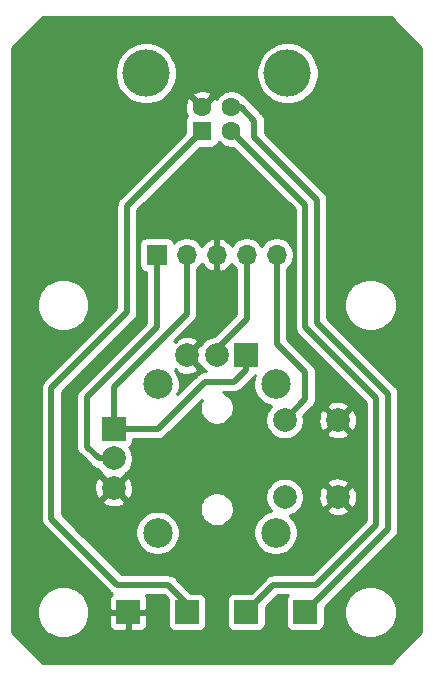
<source format=gbr>
%TF.GenerationSoftware,KiCad,Pcbnew,5.1.9-1.fc33*%
%TF.CreationDate,2021-01-07T15:58:03+01:00*%
%TF.ProjectId,Bottom,426f7474-6f6d-42e6-9b69-6361645f7063,rev?*%
%TF.SameCoordinates,PX4c4b400PY7270e00*%
%TF.FileFunction,Copper,L2,Bot*%
%TF.FilePolarity,Positive*%
%FSLAX46Y46*%
G04 Gerber Fmt 4.6, Leading zero omitted, Abs format (unit mm)*
G04 Created by KiCad (PCBNEW 5.1.9-1.fc33) date 2021-01-07 15:58:03*
%MOMM*%
%LPD*%
G01*
G04 APERTURE LIST*
%TA.AperFunction,ComponentPad*%
%ADD10R,1.600000X1.600000*%
%TD*%
%TA.AperFunction,ComponentPad*%
%ADD11C,1.600000*%
%TD*%
%TA.AperFunction,ComponentPad*%
%ADD12C,4.000000*%
%TD*%
%TA.AperFunction,ComponentPad*%
%ADD13C,2.000000*%
%TD*%
%TA.AperFunction,ComponentPad*%
%ADD14R,2.000000X2.000000*%
%TD*%
%TA.AperFunction,ComponentPad*%
%ADD15C,2.500000*%
%TD*%
%TA.AperFunction,ComponentPad*%
%ADD16O,1.700000X1.700000*%
%TD*%
%TA.AperFunction,ComponentPad*%
%ADD17R,1.700000X1.700000*%
%TD*%
%TA.AperFunction,Conductor*%
%ADD18C,0.500000*%
%TD*%
%TA.AperFunction,Conductor*%
%ADD19C,0.254000*%
%TD*%
%TA.AperFunction,Conductor*%
%ADD20C,0.100000*%
%TD*%
G04 APERTURE END LIST*
D10*
%TO.P,J1,1*%
%TO.N,Net-(J1-Pad1)*%
X18750000Y47750000D03*
D11*
%TO.P,J1,2*%
%TO.N,Net-(D-1-Pad1)*%
X21250000Y47750000D03*
%TO.P,J1,3*%
%TO.N,Net-(D+1-Pad1)*%
X21250000Y49750000D03*
%TO.P,J1,4*%
%TO.N,GND*%
X18750000Y49750000D03*
D12*
%TO.P,J1,5*%
%TO.N,Net-(J1-Pad5)*%
X26000000Y52610000D03*
X14000000Y52610000D03*
%TD*%
D13*
%TO.P,T1,2*%
%TO.N,GND*%
X30250000Y23250000D03*
%TO.P,T1,1*%
%TO.N,Net-(J2-Pad5)*%
X25750000Y16750000D03*
%TO.P,T1,2*%
%TO.N,GND*%
X30250000Y16750000D03*
%TO.P,T1,1*%
%TO.N,Net-(J2-Pad5)*%
X25750000Y23250000D03*
%TO.P,T1,B2*%
%TO.N,Net-(J2-Pad4)*%
X20000000Y28730000D03*
D14*
%TO.P,T1,A2*%
%TO.N,+5VA*%
X22500000Y28730000D03*
D13*
%TO.P,T1,C2*%
%TO.N,GND*%
X17500000Y28730000D03*
D14*
%TO.P,T1,A1*%
%TO.N,+5VA*%
X11270000Y22500000D03*
D13*
%TO.P,T1,B1*%
%TO.N,Net-(J2-Pad1)*%
X11270000Y20000000D03*
%TO.P,T1,C1*%
%TO.N,GND*%
X11270000Y17500000D03*
D15*
%TO.P,T1,MP*%
%TO.N,N/C*%
X15000000Y13700000D03*
X25000000Y26300000D03*
X25000000Y13700000D03*
X15000000Y26300000D03*
%TD*%
D14*
%TO.P,GND1,1*%
%TO.N,GND*%
X12500000Y7000000D03*
%TD*%
%TO.P,D-1,1*%
%TO.N,Net-(D-1-Pad1)*%
X22500000Y7000000D03*
%TD*%
%TO.P,D+1,1*%
%TO.N,Net-(D+1-Pad1)*%
X27500000Y7000000D03*
%TD*%
%TO.P,VBUS1,1*%
%TO.N,Net-(J1-Pad1)*%
X17500000Y7000000D03*
%TD*%
D16*
%TO.P,J2,5*%
%TO.N,Net-(J2-Pad5)*%
X25080000Y37250000D03*
%TO.P,J2,4*%
%TO.N,Net-(J2-Pad4)*%
X22540000Y37250000D03*
%TO.P,J2,3*%
%TO.N,GND*%
X20000000Y37250000D03*
%TO.P,J2,2*%
%TO.N,+5VA*%
X17460000Y37250000D03*
D17*
%TO.P,J2,1*%
%TO.N,Net-(J2-Pad1)*%
X14920000Y37250000D03*
%TD*%
D18*
%TO.N,Net-(J1-Pad1)*%
X12400000Y41400000D02*
X18750000Y47750000D01*
X12400000Y32400000D02*
X12400000Y41400000D01*
X6000000Y26000000D02*
X12400000Y32400000D01*
X6000000Y14900000D02*
X6000000Y26000000D01*
X11600000Y9300000D02*
X6000000Y14900000D01*
X15900000Y9300000D02*
X11600000Y9300000D01*
X17500000Y7700000D02*
X15900000Y9300000D01*
X17500000Y7000000D02*
X17500000Y7700000D01*
%TO.N,Net-(J2-Pad5)*%
X25080000Y29720000D02*
X25080000Y37250000D01*
X25750000Y23250000D02*
X27500000Y25000000D01*
X27500000Y25000000D02*
X27500000Y27300000D01*
X27500000Y27300000D02*
X25080000Y29720000D01*
%TO.N,Net-(J2-Pad4)*%
X22540000Y31840000D02*
X22540000Y37250000D01*
X20000000Y29300000D02*
X22540000Y31840000D01*
X20000000Y28730000D02*
X20000000Y29300000D01*
%TO.N,+5VA*%
X11270000Y22500000D02*
X11270000Y26070000D01*
X17460000Y32260000D02*
X17460000Y37250000D01*
X11270000Y26070000D02*
X17460000Y32260000D01*
X11270000Y22500000D02*
X15000000Y22500000D01*
X15000000Y22500000D02*
X19000000Y26500000D01*
X19000000Y26500000D02*
X21500000Y26500000D01*
X21500000Y26500000D02*
X22500000Y27500000D01*
X22500000Y28730000D02*
X22500000Y27500000D01*
%TO.N,Net-(J2-Pad1)*%
X14920000Y31120000D02*
X14920000Y37250000D01*
X9000000Y25200000D02*
X14920000Y31120000D01*
X9000000Y21000000D02*
X9000000Y25200000D01*
X10000000Y20000000D02*
X9000000Y21000000D01*
X11270000Y20000000D02*
X10000000Y20000000D01*
%TO.N,Net-(D+1-Pad1)*%
X23200000Y48600000D02*
X22050000Y49750000D01*
X23200000Y47200000D02*
X23200000Y48600000D01*
X28500000Y41900000D02*
X23200000Y47200000D01*
X28500000Y31500000D02*
X28500000Y41900000D01*
X34500000Y25500000D02*
X28500000Y31500000D01*
X22050000Y49750000D02*
X21250000Y49750000D01*
X34500000Y14000000D02*
X34500000Y25500000D01*
X27500000Y7000000D02*
X34500000Y14000000D01*
%TO.N,Net-(D-1-Pad1)*%
X27500000Y31100000D02*
X27500000Y41500000D01*
X33500000Y25100000D02*
X27500000Y31100000D01*
X33500000Y14400000D02*
X33500000Y25100000D01*
X28400000Y9300000D02*
X33500000Y14400000D01*
X24800000Y9300000D02*
X28400000Y9300000D01*
X27500000Y41500000D02*
X21250000Y47750000D01*
X22500000Y7000000D02*
X24800000Y9300000D01*
%TD*%
D19*
%TO.N,GND*%
X37340001Y54726618D02*
X37340000Y5273381D01*
X34726620Y2660000D01*
X5273381Y2660000D01*
X2660000Y5273380D01*
X2660000Y7220128D01*
X4765000Y7220128D01*
X4765000Y6779872D01*
X4850890Y6348075D01*
X5019369Y5941331D01*
X5263962Y5575271D01*
X5575271Y5263962D01*
X5941331Y5019369D01*
X6348075Y4850890D01*
X6779872Y4765000D01*
X7220128Y4765000D01*
X7651925Y4850890D01*
X8058669Y5019369D01*
X8424729Y5263962D01*
X8736038Y5575271D01*
X8980631Y5941331D01*
X9004932Y6000000D01*
X10861928Y6000000D01*
X10874188Y5875518D01*
X10910498Y5755820D01*
X10969463Y5645506D01*
X11048815Y5548815D01*
X11145506Y5469463D01*
X11255820Y5410498D01*
X11375518Y5374188D01*
X11500000Y5361928D01*
X12214250Y5365000D01*
X12373000Y5523750D01*
X12373000Y6873000D01*
X12627000Y6873000D01*
X12627000Y5523750D01*
X12785750Y5365000D01*
X13500000Y5361928D01*
X13624482Y5374188D01*
X13744180Y5410498D01*
X13854494Y5469463D01*
X13951185Y5548815D01*
X14030537Y5645506D01*
X14089502Y5755820D01*
X14125812Y5875518D01*
X14138072Y6000000D01*
X14135000Y6714250D01*
X13976250Y6873000D01*
X12627000Y6873000D01*
X12373000Y6873000D01*
X11023750Y6873000D01*
X10865000Y6714250D01*
X10861928Y6000000D01*
X9004932Y6000000D01*
X9149110Y6348075D01*
X9235000Y6779872D01*
X9235000Y7220128D01*
X9149110Y7651925D01*
X8980631Y8058669D01*
X8736038Y8424729D01*
X8424729Y8736038D01*
X8058669Y8980631D01*
X7651925Y9149110D01*
X7220128Y9235000D01*
X6779872Y9235000D01*
X6348075Y9149110D01*
X5941331Y8980631D01*
X5575271Y8736038D01*
X5263962Y8424729D01*
X5019369Y8058669D01*
X4850890Y7651925D01*
X4765000Y7220128D01*
X2660000Y7220128D01*
X2660000Y26000000D01*
X5110719Y26000000D01*
X5115001Y25956521D01*
X5115000Y14943469D01*
X5110719Y14900000D01*
X5115000Y14856531D01*
X5115000Y14856524D01*
X5127805Y14726511D01*
X5178411Y14559688D01*
X5260589Y14405942D01*
X5371183Y14271183D01*
X5404956Y14243466D01*
X10943468Y8704953D01*
X10971183Y8671183D01*
X11004951Y8643470D01*
X11004953Y8643468D01*
X11026467Y8625812D01*
X11105941Y8560589D01*
X11153835Y8534989D01*
X11145506Y8530537D01*
X11048815Y8451185D01*
X10969463Y8354494D01*
X10910498Y8244180D01*
X10874188Y8124482D01*
X10861928Y8000000D01*
X10865000Y7285750D01*
X11023750Y7127000D01*
X12373000Y7127000D01*
X12373000Y7147000D01*
X12627000Y7147000D01*
X12627000Y7127000D01*
X13976250Y7127000D01*
X14135000Y7285750D01*
X14138072Y8000000D01*
X14125812Y8124482D01*
X14089502Y8244180D01*
X14030537Y8354494D01*
X13980881Y8415000D01*
X15533422Y8415000D01*
X15869683Y8078739D01*
X15861928Y8000000D01*
X15861928Y6000000D01*
X15874188Y5875518D01*
X15910498Y5755820D01*
X15969463Y5645506D01*
X16048815Y5548815D01*
X16145506Y5469463D01*
X16255820Y5410498D01*
X16375518Y5374188D01*
X16500000Y5361928D01*
X18500000Y5361928D01*
X18624482Y5374188D01*
X18744180Y5410498D01*
X18854494Y5469463D01*
X18951185Y5548815D01*
X19030537Y5645506D01*
X19089502Y5755820D01*
X19125812Y5875518D01*
X19138072Y6000000D01*
X19138072Y8000000D01*
X19125812Y8124482D01*
X19089502Y8244180D01*
X19030537Y8354494D01*
X18951185Y8451185D01*
X18854494Y8530537D01*
X18744180Y8589502D01*
X18624482Y8625812D01*
X18500000Y8638072D01*
X17813507Y8638072D01*
X16556532Y9895046D01*
X16528817Y9928817D01*
X16394059Y10039411D01*
X16240313Y10121589D01*
X16073490Y10172195D01*
X15943477Y10185000D01*
X15943469Y10185000D01*
X15900000Y10189281D01*
X15856531Y10185000D01*
X11966579Y10185000D01*
X8265923Y13885656D01*
X13115000Y13885656D01*
X13115000Y13514344D01*
X13187439Y13150166D01*
X13329534Y12807118D01*
X13535825Y12498382D01*
X13798382Y12235825D01*
X14107118Y12029534D01*
X14450166Y11887439D01*
X14814344Y11815000D01*
X15185656Y11815000D01*
X15549834Y11887439D01*
X15892882Y12029534D01*
X16201618Y12235825D01*
X16464175Y12498382D01*
X16670466Y12807118D01*
X16812561Y13150166D01*
X16885000Y13514344D01*
X16885000Y13885656D01*
X23115000Y13885656D01*
X23115000Y13514344D01*
X23187439Y13150166D01*
X23329534Y12807118D01*
X23535825Y12498382D01*
X23798382Y12235825D01*
X24107118Y12029534D01*
X24450166Y11887439D01*
X24814344Y11815000D01*
X25185656Y11815000D01*
X25549834Y11887439D01*
X25892882Y12029534D01*
X26201618Y12235825D01*
X26464175Y12498382D01*
X26670466Y12807118D01*
X26812561Y13150166D01*
X26885000Y13514344D01*
X26885000Y13885656D01*
X26812561Y14249834D01*
X26670466Y14592882D01*
X26464175Y14901618D01*
X26201618Y15164175D01*
X26191670Y15170822D01*
X26226912Y15177832D01*
X26524463Y15301082D01*
X26792252Y15480013D01*
X26926826Y15614587D01*
X29294192Y15614587D01*
X29389956Y15350186D01*
X29679571Y15209296D01*
X29991108Y15127616D01*
X30312595Y15108282D01*
X30631675Y15152039D01*
X30936088Y15257205D01*
X31110044Y15350186D01*
X31205808Y15614587D01*
X30250000Y16570395D01*
X29294192Y15614587D01*
X26926826Y15614587D01*
X27019987Y15707748D01*
X27198918Y15975537D01*
X27322168Y16273088D01*
X27385000Y16588967D01*
X27385000Y16687405D01*
X28608282Y16687405D01*
X28652039Y16368325D01*
X28757205Y16063912D01*
X28850186Y15889956D01*
X29114587Y15794192D01*
X30070395Y16750000D01*
X30429605Y16750000D01*
X31385413Y15794192D01*
X31649814Y15889956D01*
X31790704Y16179571D01*
X31872384Y16491108D01*
X31891718Y16812595D01*
X31847961Y17131675D01*
X31742795Y17436088D01*
X31649814Y17610044D01*
X31385413Y17705808D01*
X30429605Y16750000D01*
X30070395Y16750000D01*
X29114587Y17705808D01*
X28850186Y17610044D01*
X28709296Y17320429D01*
X28627616Y17008892D01*
X28608282Y16687405D01*
X27385000Y16687405D01*
X27385000Y16911033D01*
X27322168Y17226912D01*
X27198918Y17524463D01*
X27019987Y17792252D01*
X26926826Y17885413D01*
X29294192Y17885413D01*
X30250000Y16929605D01*
X31205808Y17885413D01*
X31110044Y18149814D01*
X30820429Y18290704D01*
X30508892Y18372384D01*
X30187405Y18391718D01*
X29868325Y18347961D01*
X29563912Y18242795D01*
X29389956Y18149814D01*
X29294192Y17885413D01*
X26926826Y17885413D01*
X26792252Y18019987D01*
X26524463Y18198918D01*
X26226912Y18322168D01*
X25911033Y18385000D01*
X25588967Y18385000D01*
X25273088Y18322168D01*
X24975537Y18198918D01*
X24707748Y18019987D01*
X24480013Y17792252D01*
X24301082Y17524463D01*
X24177832Y17226912D01*
X24115000Y16911033D01*
X24115000Y16588967D01*
X24177832Y16273088D01*
X24301082Y15975537D01*
X24480013Y15707748D01*
X24637865Y15549896D01*
X24450166Y15512561D01*
X24107118Y15370466D01*
X23798382Y15164175D01*
X23535825Y14901618D01*
X23329534Y14592882D01*
X23187439Y14249834D01*
X23115000Y13885656D01*
X16885000Y13885656D01*
X16812561Y14249834D01*
X16670466Y14592882D01*
X16464175Y14901618D01*
X16201618Y15164175D01*
X15892882Y15370466D01*
X15549834Y15512561D01*
X15185656Y15585000D01*
X14814344Y15585000D01*
X14450166Y15512561D01*
X14107118Y15370466D01*
X13798382Y15164175D01*
X13535825Y14901618D01*
X13329534Y14592882D01*
X13187439Y14249834D01*
X13115000Y13885656D01*
X8265923Y13885656D01*
X6885000Y15266578D01*
X6885000Y15841335D01*
X18565000Y15841335D01*
X18565000Y15558665D01*
X18620147Y15281426D01*
X18728320Y15020273D01*
X18885363Y14785241D01*
X19085241Y14585363D01*
X19320273Y14428320D01*
X19581426Y14320147D01*
X19858665Y14265000D01*
X20141335Y14265000D01*
X20418574Y14320147D01*
X20679727Y14428320D01*
X20914759Y14585363D01*
X21114637Y14785241D01*
X21271680Y15020273D01*
X21379853Y15281426D01*
X21435000Y15558665D01*
X21435000Y15841335D01*
X21379853Y16118574D01*
X21271680Y16379727D01*
X21114637Y16614759D01*
X20914759Y16814637D01*
X20679727Y16971680D01*
X20418574Y17079853D01*
X20141335Y17135000D01*
X19858665Y17135000D01*
X19581426Y17079853D01*
X19320273Y16971680D01*
X19085241Y16814637D01*
X18885363Y16614759D01*
X18728320Y16379727D01*
X18620147Y16118574D01*
X18565000Y15841335D01*
X6885000Y15841335D01*
X6885000Y16364587D01*
X10314192Y16364587D01*
X10409956Y16100186D01*
X10699571Y15959296D01*
X11011108Y15877616D01*
X11332595Y15858282D01*
X11651675Y15902039D01*
X11956088Y16007205D01*
X12130044Y16100186D01*
X12225808Y16364587D01*
X11270000Y17320395D01*
X10314192Y16364587D01*
X6885000Y16364587D01*
X6885000Y17437405D01*
X9628282Y17437405D01*
X9672039Y17118325D01*
X9777205Y16813912D01*
X9870186Y16639956D01*
X10134587Y16544192D01*
X11090395Y17500000D01*
X11449605Y17500000D01*
X12405413Y16544192D01*
X12669814Y16639956D01*
X12810704Y16929571D01*
X12892384Y17241108D01*
X12911718Y17562595D01*
X12867961Y17881675D01*
X12762795Y18186088D01*
X12669814Y18360044D01*
X12405413Y18455808D01*
X11449605Y17500000D01*
X11090395Y17500000D01*
X10134587Y18455808D01*
X9870186Y18360044D01*
X9729296Y18070429D01*
X9647616Y17758892D01*
X9628282Y17437405D01*
X6885000Y17437405D01*
X6885000Y25200000D01*
X8110719Y25200000D01*
X8115001Y25156521D01*
X8115000Y21043469D01*
X8110719Y21000000D01*
X8115000Y20956531D01*
X8115000Y20956524D01*
X8127805Y20826511D01*
X8178411Y20659688D01*
X8260589Y20505942D01*
X8371183Y20371183D01*
X8404956Y20343466D01*
X9343470Y19404951D01*
X9371183Y19371183D01*
X9404951Y19343470D01*
X9404953Y19343468D01*
X9505941Y19260589D01*
X9659686Y19178411D01*
X9826510Y19127805D01*
X9890602Y19121493D01*
X10000013Y18957748D01*
X10227748Y18730013D01*
X10324935Y18665075D01*
X10314192Y18635413D01*
X11270000Y17679605D01*
X12225808Y18635413D01*
X12215065Y18665075D01*
X12312252Y18730013D01*
X12539987Y18957748D01*
X12718918Y19225537D01*
X12842168Y19523088D01*
X12905000Y19838967D01*
X12905000Y20161033D01*
X12842168Y20476912D01*
X12718918Y20774463D01*
X12598063Y20955335D01*
X12624494Y20969463D01*
X12721185Y21048815D01*
X12800537Y21145506D01*
X12859502Y21255820D01*
X12895812Y21375518D01*
X12908072Y21500000D01*
X12908072Y21615000D01*
X14956531Y21615000D01*
X15000000Y21610719D01*
X15043469Y21615000D01*
X15043477Y21615000D01*
X15173490Y21627805D01*
X15340313Y21678411D01*
X15494059Y21760589D01*
X15628817Y21871183D01*
X15656534Y21904956D01*
X18726209Y24974630D01*
X18620147Y24718574D01*
X18565000Y24441335D01*
X18565000Y24158665D01*
X18620147Y23881426D01*
X18728320Y23620273D01*
X18885363Y23385241D01*
X19085241Y23185363D01*
X19320273Y23028320D01*
X19581426Y22920147D01*
X19858665Y22865000D01*
X20141335Y22865000D01*
X20418574Y22920147D01*
X20679727Y23028320D01*
X20914759Y23185363D01*
X21114637Y23385241D01*
X21271680Y23620273D01*
X21379853Y23881426D01*
X21435000Y24158665D01*
X21435000Y24441335D01*
X21379853Y24718574D01*
X21271680Y24979727D01*
X21114637Y25214759D01*
X20914759Y25414637D01*
X20679727Y25571680D01*
X20575143Y25615000D01*
X21456531Y25615000D01*
X21500000Y25610719D01*
X21543469Y25615000D01*
X21543477Y25615000D01*
X21673490Y25627805D01*
X21840313Y25678411D01*
X21994059Y25760589D01*
X22128817Y25871183D01*
X22156534Y25904956D01*
X23095049Y26843470D01*
X23128817Y26871183D01*
X23239411Y27005941D01*
X23283423Y27088282D01*
X23285372Y27091928D01*
X23287718Y27091928D01*
X23187439Y26849834D01*
X23115000Y26485656D01*
X23115000Y26114344D01*
X23187439Y25750166D01*
X23329534Y25407118D01*
X23535825Y25098382D01*
X23798382Y24835825D01*
X24107118Y24629534D01*
X24450166Y24487439D01*
X24637865Y24450104D01*
X24480013Y24292252D01*
X24301082Y24024463D01*
X24177832Y23726912D01*
X24115000Y23411033D01*
X24115000Y23088967D01*
X24177832Y22773088D01*
X24301082Y22475537D01*
X24480013Y22207748D01*
X24707748Y21980013D01*
X24975537Y21801082D01*
X25273088Y21677832D01*
X25588967Y21615000D01*
X25911033Y21615000D01*
X26226912Y21677832D01*
X26524463Y21801082D01*
X26792252Y21980013D01*
X26926826Y22114587D01*
X29294192Y22114587D01*
X29389956Y21850186D01*
X29679571Y21709296D01*
X29991108Y21627616D01*
X30312595Y21608282D01*
X30631675Y21652039D01*
X30936088Y21757205D01*
X31110044Y21850186D01*
X31205808Y22114587D01*
X30250000Y23070395D01*
X29294192Y22114587D01*
X26926826Y22114587D01*
X27019987Y22207748D01*
X27198918Y22475537D01*
X27322168Y22773088D01*
X27385000Y23088967D01*
X27385000Y23187405D01*
X28608282Y23187405D01*
X28652039Y22868325D01*
X28757205Y22563912D01*
X28850186Y22389956D01*
X29114587Y22294192D01*
X30070395Y23250000D01*
X30429605Y23250000D01*
X31385413Y22294192D01*
X31649814Y22389956D01*
X31790704Y22679571D01*
X31872384Y22991108D01*
X31891718Y23312595D01*
X31847961Y23631675D01*
X31742795Y23936088D01*
X31649814Y24110044D01*
X31385413Y24205808D01*
X30429605Y23250000D01*
X30070395Y23250000D01*
X29114587Y24205808D01*
X28850186Y24110044D01*
X28709296Y23820429D01*
X28627616Y23508892D01*
X28608282Y23187405D01*
X27385000Y23187405D01*
X27385000Y23411033D01*
X27348103Y23596525D01*
X28095050Y24343471D01*
X28128817Y24371183D01*
X28140495Y24385413D01*
X29294192Y24385413D01*
X30250000Y23429605D01*
X31205808Y24385413D01*
X31110044Y24649814D01*
X30820429Y24790704D01*
X30508892Y24872384D01*
X30187405Y24891718D01*
X29868325Y24847961D01*
X29563912Y24742795D01*
X29389956Y24649814D01*
X29294192Y24385413D01*
X28140495Y24385413D01*
X28188141Y24443468D01*
X28239411Y24505941D01*
X28305472Y24629534D01*
X28321589Y24659687D01*
X28372195Y24826510D01*
X28385000Y24956523D01*
X28385000Y24956531D01*
X28389281Y25000000D01*
X28385000Y25043469D01*
X28385000Y27256531D01*
X28389281Y27300000D01*
X28385000Y27343469D01*
X28385000Y27343477D01*
X28372195Y27473490D01*
X28321589Y27640313D01*
X28239411Y27794059D01*
X28187096Y27857805D01*
X28156532Y27895047D01*
X28156530Y27895049D01*
X28128817Y27928817D01*
X28095049Y27956530D01*
X25965000Y30086578D01*
X25965000Y36055344D01*
X26026632Y36096525D01*
X26233475Y36303368D01*
X26395990Y36546589D01*
X26507932Y36816842D01*
X26565000Y37103740D01*
X26565000Y37396260D01*
X26507932Y37683158D01*
X26395990Y37953411D01*
X26233475Y38196632D01*
X26026632Y38403475D01*
X25783411Y38565990D01*
X25513158Y38677932D01*
X25226260Y38735000D01*
X24933740Y38735000D01*
X24646842Y38677932D01*
X24376589Y38565990D01*
X24133368Y38403475D01*
X23926525Y38196632D01*
X23810000Y38022240D01*
X23693475Y38196632D01*
X23486632Y38403475D01*
X23243411Y38565990D01*
X22973158Y38677932D01*
X22686260Y38735000D01*
X22393740Y38735000D01*
X22106842Y38677932D01*
X21836589Y38565990D01*
X21593368Y38403475D01*
X21386525Y38196632D01*
X21264805Y38014466D01*
X21195178Y38131355D01*
X21000269Y38347588D01*
X20766920Y38521641D01*
X20504099Y38646825D01*
X20356890Y38691476D01*
X20127000Y38570155D01*
X20127000Y37377000D01*
X20147000Y37377000D01*
X20147000Y37123000D01*
X20127000Y37123000D01*
X20127000Y35929845D01*
X20356890Y35808524D01*
X20504099Y35853175D01*
X20766920Y35978359D01*
X21000269Y36152412D01*
X21195178Y36368645D01*
X21264805Y36485534D01*
X21386525Y36303368D01*
X21593368Y36096525D01*
X21655001Y36055343D01*
X21655000Y32206579D01*
X19807079Y30358657D01*
X19523088Y30302168D01*
X19225537Y30178918D01*
X18957748Y29999987D01*
X18730013Y29772252D01*
X18665075Y29675065D01*
X18635413Y29685808D01*
X17679605Y28730000D01*
X18635413Y27774192D01*
X18665075Y27784935D01*
X18730013Y27687748D01*
X18957748Y27460013D01*
X19070013Y27385000D01*
X19043465Y27385000D01*
X18999999Y27389281D01*
X18956533Y27385000D01*
X18956523Y27385000D01*
X18826510Y27372195D01*
X18659687Y27321589D01*
X18505941Y27239411D01*
X18505939Y27239410D01*
X18505940Y27239410D01*
X18404953Y27156532D01*
X18404951Y27156530D01*
X18371183Y27128817D01*
X18343470Y27095049D01*
X16681021Y25432599D01*
X16812561Y25750166D01*
X16885000Y26114344D01*
X16885000Y26485656D01*
X16812561Y26849834D01*
X16670466Y27192882D01*
X16464175Y27501618D01*
X16457701Y27508092D01*
X16544193Y27594585D01*
X16639956Y27330186D01*
X16929571Y27189296D01*
X17241108Y27107616D01*
X17562595Y27088282D01*
X17881675Y27132039D01*
X18186088Y27237205D01*
X18360044Y27330186D01*
X18455808Y27594587D01*
X17500000Y28550395D01*
X17485858Y28536252D01*
X17306253Y28715857D01*
X17320395Y28730000D01*
X17306253Y28744142D01*
X17485858Y28923747D01*
X17500000Y28909605D01*
X18455808Y29865413D01*
X18360044Y30129814D01*
X18070429Y30270704D01*
X17758892Y30352384D01*
X17437405Y30371718D01*
X17118325Y30327961D01*
X16813912Y30222795D01*
X16639956Y30129814D01*
X16544193Y29865415D01*
X16430593Y29979015D01*
X18055051Y31603472D01*
X18088817Y31631183D01*
X18117810Y31666510D01*
X18175210Y31736452D01*
X18199411Y31765941D01*
X18281589Y31919687D01*
X18332195Y32086510D01*
X18345000Y32216523D01*
X18345000Y32216531D01*
X18349281Y32260000D01*
X18345000Y32303469D01*
X18345000Y36055344D01*
X18406632Y36096525D01*
X18613475Y36303368D01*
X18735195Y36485534D01*
X18804822Y36368645D01*
X18999731Y36152412D01*
X19233080Y35978359D01*
X19495901Y35853175D01*
X19643110Y35808524D01*
X19873000Y35929845D01*
X19873000Y37123000D01*
X19853000Y37123000D01*
X19853000Y37377000D01*
X19873000Y37377000D01*
X19873000Y38570155D01*
X19643110Y38691476D01*
X19495901Y38646825D01*
X19233080Y38521641D01*
X18999731Y38347588D01*
X18804822Y38131355D01*
X18735195Y38014466D01*
X18613475Y38196632D01*
X18406632Y38403475D01*
X18163411Y38565990D01*
X17893158Y38677932D01*
X17606260Y38735000D01*
X17313740Y38735000D01*
X17026842Y38677932D01*
X16756589Y38565990D01*
X16513368Y38403475D01*
X16381513Y38271620D01*
X16359502Y38344180D01*
X16300537Y38454494D01*
X16221185Y38551185D01*
X16124494Y38630537D01*
X16014180Y38689502D01*
X15894482Y38725812D01*
X15770000Y38738072D01*
X14070000Y38738072D01*
X13945518Y38725812D01*
X13825820Y38689502D01*
X13715506Y38630537D01*
X13618815Y38551185D01*
X13539463Y38454494D01*
X13480498Y38344180D01*
X13444188Y38224482D01*
X13431928Y38100000D01*
X13431928Y36400000D01*
X13444188Y36275518D01*
X13480498Y36155820D01*
X13539463Y36045506D01*
X13618815Y35948815D01*
X13715506Y35869463D01*
X13825820Y35810498D01*
X13945518Y35774188D01*
X14035001Y35765375D01*
X14035000Y31486579D01*
X8404952Y25856530D01*
X8371184Y25828817D01*
X8343471Y25795049D01*
X8343468Y25795046D01*
X8260590Y25694059D01*
X8178412Y25540313D01*
X8127805Y25373490D01*
X8110719Y25200000D01*
X6885000Y25200000D01*
X6885000Y25633422D01*
X12995051Y31743472D01*
X13028817Y31771183D01*
X13085294Y31839999D01*
X13139411Y31905941D01*
X13174824Y31972195D01*
X13221589Y32059687D01*
X13272195Y32226510D01*
X13285000Y32356523D01*
X13285000Y32356531D01*
X13289281Y32400000D01*
X13285000Y32443469D01*
X13285000Y41033422D01*
X18563507Y46311928D01*
X19550000Y46311928D01*
X19674482Y46324188D01*
X19794180Y46360498D01*
X19904494Y46419463D01*
X20001185Y46498815D01*
X20080537Y46595506D01*
X20139502Y46705820D01*
X20168661Y46801943D01*
X20335241Y46635363D01*
X20570273Y46478320D01*
X20831426Y46370147D01*
X21108665Y46315000D01*
X21391335Y46315000D01*
X21426439Y46321983D01*
X26615001Y41133420D01*
X26615000Y31143469D01*
X26610719Y31100000D01*
X26615000Y31056531D01*
X26615000Y31056524D01*
X26627805Y30926511D01*
X26678411Y30759688D01*
X26760589Y30605942D01*
X26871183Y30471183D01*
X26904956Y30443466D01*
X32615001Y24733420D01*
X32615000Y14766579D01*
X28033422Y10185000D01*
X24843465Y10185000D01*
X24799999Y10189281D01*
X24756533Y10185000D01*
X24756523Y10185000D01*
X24626510Y10172195D01*
X24459687Y10121589D01*
X24305941Y10039411D01*
X24305939Y10039410D01*
X24305940Y10039410D01*
X24204953Y9956532D01*
X24204951Y9956530D01*
X24171183Y9928817D01*
X24143470Y9895049D01*
X22886494Y8638072D01*
X21500000Y8638072D01*
X21375518Y8625812D01*
X21255820Y8589502D01*
X21145506Y8530537D01*
X21048815Y8451185D01*
X20969463Y8354494D01*
X20910498Y8244180D01*
X20874188Y8124482D01*
X20861928Y8000000D01*
X20861928Y6000000D01*
X20874188Y5875518D01*
X20910498Y5755820D01*
X20969463Y5645506D01*
X21048815Y5548815D01*
X21145506Y5469463D01*
X21255820Y5410498D01*
X21375518Y5374188D01*
X21500000Y5361928D01*
X23500000Y5361928D01*
X23624482Y5374188D01*
X23744180Y5410498D01*
X23854494Y5469463D01*
X23951185Y5548815D01*
X24030537Y5645506D01*
X24089502Y5755820D01*
X24125812Y5875518D01*
X24138072Y6000000D01*
X24138072Y7386494D01*
X25166579Y8415000D01*
X26019119Y8415000D01*
X25969463Y8354494D01*
X25910498Y8244180D01*
X25874188Y8124482D01*
X25861928Y8000000D01*
X25861928Y6000000D01*
X25874188Y5875518D01*
X25910498Y5755820D01*
X25969463Y5645506D01*
X26048815Y5548815D01*
X26145506Y5469463D01*
X26255820Y5410498D01*
X26375518Y5374188D01*
X26500000Y5361928D01*
X28500000Y5361928D01*
X28624482Y5374188D01*
X28744180Y5410498D01*
X28854494Y5469463D01*
X28951185Y5548815D01*
X29030537Y5645506D01*
X29089502Y5755820D01*
X29125812Y5875518D01*
X29138072Y6000000D01*
X29138072Y7220128D01*
X30765000Y7220128D01*
X30765000Y6779872D01*
X30850890Y6348075D01*
X31019369Y5941331D01*
X31263962Y5575271D01*
X31575271Y5263962D01*
X31941331Y5019369D01*
X32348075Y4850890D01*
X32779872Y4765000D01*
X33220128Y4765000D01*
X33651925Y4850890D01*
X34058669Y5019369D01*
X34424729Y5263962D01*
X34736038Y5575271D01*
X34980631Y5941331D01*
X35149110Y6348075D01*
X35235000Y6779872D01*
X35235000Y7220128D01*
X35149110Y7651925D01*
X34980631Y8058669D01*
X34736038Y8424729D01*
X34424729Y8736038D01*
X34058669Y8980631D01*
X33651925Y9149110D01*
X33220128Y9235000D01*
X32779872Y9235000D01*
X32348075Y9149110D01*
X31941331Y8980631D01*
X31575271Y8736038D01*
X31263962Y8424729D01*
X31019369Y8058669D01*
X30850890Y7651925D01*
X30765000Y7220128D01*
X29138072Y7220128D01*
X29138072Y7386494D01*
X35095051Y13343472D01*
X35128817Y13371183D01*
X35239411Y13505941D01*
X35321589Y13659687D01*
X35372195Y13826510D01*
X35385000Y13956523D01*
X35385000Y13956531D01*
X35389281Y14000000D01*
X35385000Y14043469D01*
X35385000Y25456535D01*
X35389281Y25500001D01*
X35385000Y25543467D01*
X35385000Y25543477D01*
X35372195Y25673490D01*
X35321589Y25840313D01*
X35239411Y25994059D01*
X35198854Y26043477D01*
X35156532Y26095047D01*
X35156530Y26095049D01*
X35128817Y26128817D01*
X35095049Y26156530D01*
X29385000Y31866578D01*
X29385000Y33220128D01*
X30765000Y33220128D01*
X30765000Y32779872D01*
X30850890Y32348075D01*
X31019369Y31941331D01*
X31263962Y31575271D01*
X31575271Y31263962D01*
X31941331Y31019369D01*
X32348075Y30850890D01*
X32779872Y30765000D01*
X33220128Y30765000D01*
X33651925Y30850890D01*
X34058669Y31019369D01*
X34424729Y31263962D01*
X34736038Y31575271D01*
X34980631Y31941331D01*
X35149110Y32348075D01*
X35235000Y32779872D01*
X35235000Y33220128D01*
X35149110Y33651925D01*
X34980631Y34058669D01*
X34736038Y34424729D01*
X34424729Y34736038D01*
X34058669Y34980631D01*
X33651925Y35149110D01*
X33220128Y35235000D01*
X32779872Y35235000D01*
X32348075Y35149110D01*
X31941331Y34980631D01*
X31575271Y34736038D01*
X31263962Y34424729D01*
X31019369Y34058669D01*
X30850890Y33651925D01*
X30765000Y33220128D01*
X29385000Y33220128D01*
X29385000Y41856531D01*
X29389281Y41900000D01*
X29385000Y41943469D01*
X29385000Y41943477D01*
X29372195Y42073490D01*
X29321589Y42240313D01*
X29239411Y42394059D01*
X29128817Y42528817D01*
X29095049Y42556530D01*
X24085000Y47566578D01*
X24085000Y48556531D01*
X24089281Y48600000D01*
X24085000Y48643469D01*
X24085000Y48643477D01*
X24072195Y48773490D01*
X24053463Y48835241D01*
X24021589Y48940314D01*
X23939411Y49094059D01*
X23856532Y49195047D01*
X23856530Y49195049D01*
X23828817Y49228817D01*
X23795049Y49256530D01*
X22706534Y50345044D01*
X22678817Y50378817D01*
X22544059Y50489411D01*
X22447212Y50541176D01*
X22364637Y50664759D01*
X22164759Y50864637D01*
X21929727Y51021680D01*
X21668574Y51129853D01*
X21391335Y51185000D01*
X21108665Y51185000D01*
X20831426Y51129853D01*
X20570273Y51021680D01*
X20335241Y50864637D01*
X20135363Y50664759D01*
X20001308Y50464131D01*
X19986671Y50491514D01*
X19742702Y50563097D01*
X18929605Y49750000D01*
X18943748Y49735857D01*
X18764143Y49556252D01*
X18750000Y49570395D01*
X18735858Y49556252D01*
X18556253Y49735857D01*
X18570395Y49750000D01*
X17757298Y50563097D01*
X17513329Y50491514D01*
X17392429Y50236004D01*
X17323700Y49961816D01*
X17309783Y49679488D01*
X17351213Y49399870D01*
X17446397Y49133708D01*
X17511616Y49011691D01*
X17498815Y49001185D01*
X17419463Y48904494D01*
X17360498Y48794180D01*
X17324188Y48674482D01*
X17311928Y48550000D01*
X17311928Y47563507D01*
X11804952Y42056530D01*
X11771184Y42028817D01*
X11743471Y41995049D01*
X11743468Y41995046D01*
X11660590Y41894059D01*
X11578412Y41740313D01*
X11527805Y41573490D01*
X11510719Y41400000D01*
X11515001Y41356521D01*
X11515000Y32766579D01*
X5404952Y26656530D01*
X5371184Y26628817D01*
X5343471Y26595049D01*
X5343468Y26595046D01*
X5260590Y26494059D01*
X5178412Y26340313D01*
X5127805Y26173490D01*
X5110719Y26000000D01*
X2660000Y26000000D01*
X2660000Y33220128D01*
X4765000Y33220128D01*
X4765000Y32779872D01*
X4850890Y32348075D01*
X5019369Y31941331D01*
X5263962Y31575271D01*
X5575271Y31263962D01*
X5941331Y31019369D01*
X6348075Y30850890D01*
X6779872Y30765000D01*
X7220128Y30765000D01*
X7651925Y30850890D01*
X8058669Y31019369D01*
X8424729Y31263962D01*
X8736038Y31575271D01*
X8980631Y31941331D01*
X9149110Y32348075D01*
X9235000Y32779872D01*
X9235000Y33220128D01*
X9149110Y33651925D01*
X8980631Y34058669D01*
X8736038Y34424729D01*
X8424729Y34736038D01*
X8058669Y34980631D01*
X7651925Y35149110D01*
X7220128Y35235000D01*
X6779872Y35235000D01*
X6348075Y35149110D01*
X5941331Y34980631D01*
X5575271Y34736038D01*
X5263962Y34424729D01*
X5019369Y34058669D01*
X4850890Y33651925D01*
X4765000Y33220128D01*
X2660000Y33220128D01*
X2660000Y52869525D01*
X11365000Y52869525D01*
X11365000Y52350475D01*
X11466261Y51841399D01*
X11664893Y51361859D01*
X11953262Y50930285D01*
X12320285Y50563262D01*
X12751859Y50274893D01*
X13231399Y50076261D01*
X13740475Y49975000D01*
X14259525Y49975000D01*
X14768601Y50076261D01*
X15248141Y50274893D01*
X15679715Y50563262D01*
X15859155Y50742702D01*
X17936903Y50742702D01*
X18750000Y49929605D01*
X19563097Y50742702D01*
X19491514Y50986671D01*
X19236004Y51107571D01*
X18961816Y51176300D01*
X18679488Y51190217D01*
X18399870Y51148787D01*
X18133708Y51053603D01*
X18008486Y50986671D01*
X17936903Y50742702D01*
X15859155Y50742702D01*
X16046738Y50930285D01*
X16335107Y51361859D01*
X16533739Y51841399D01*
X16635000Y52350475D01*
X16635000Y52869525D01*
X23365000Y52869525D01*
X23365000Y52350475D01*
X23466261Y51841399D01*
X23664893Y51361859D01*
X23953262Y50930285D01*
X24320285Y50563262D01*
X24751859Y50274893D01*
X25231399Y50076261D01*
X25740475Y49975000D01*
X26259525Y49975000D01*
X26768601Y50076261D01*
X27248141Y50274893D01*
X27679715Y50563262D01*
X28046738Y50930285D01*
X28335107Y51361859D01*
X28533739Y51841399D01*
X28635000Y52350475D01*
X28635000Y52869525D01*
X28533739Y53378601D01*
X28335107Y53858141D01*
X28046738Y54289715D01*
X27679715Y54656738D01*
X27248141Y54945107D01*
X26768601Y55143739D01*
X26259525Y55245000D01*
X25740475Y55245000D01*
X25231399Y55143739D01*
X24751859Y54945107D01*
X24320285Y54656738D01*
X23953262Y54289715D01*
X23664893Y53858141D01*
X23466261Y53378601D01*
X23365000Y52869525D01*
X16635000Y52869525D01*
X16533739Y53378601D01*
X16335107Y53858141D01*
X16046738Y54289715D01*
X15679715Y54656738D01*
X15248141Y54945107D01*
X14768601Y55143739D01*
X14259525Y55245000D01*
X13740475Y55245000D01*
X13231399Y55143739D01*
X12751859Y54945107D01*
X12320285Y54656738D01*
X11953262Y54289715D01*
X11664893Y53858141D01*
X11466261Y53378601D01*
X11365000Y52869525D01*
X2660000Y52869525D01*
X2660000Y54726620D01*
X5273381Y57340000D01*
X34726620Y57340000D01*
X37340001Y54726618D01*
%TA.AperFunction,Conductor*%
D20*
G36*
X37340001Y54726618D02*
G01*
X37340000Y5273381D01*
X34726620Y2660000D01*
X5273381Y2660000D01*
X2660000Y5273380D01*
X2660000Y7220128D01*
X4765000Y7220128D01*
X4765000Y6779872D01*
X4850890Y6348075D01*
X5019369Y5941331D01*
X5263962Y5575271D01*
X5575271Y5263962D01*
X5941331Y5019369D01*
X6348075Y4850890D01*
X6779872Y4765000D01*
X7220128Y4765000D01*
X7651925Y4850890D01*
X8058669Y5019369D01*
X8424729Y5263962D01*
X8736038Y5575271D01*
X8980631Y5941331D01*
X9004932Y6000000D01*
X10861928Y6000000D01*
X10874188Y5875518D01*
X10910498Y5755820D01*
X10969463Y5645506D01*
X11048815Y5548815D01*
X11145506Y5469463D01*
X11255820Y5410498D01*
X11375518Y5374188D01*
X11500000Y5361928D01*
X12214250Y5365000D01*
X12373000Y5523750D01*
X12373000Y6873000D01*
X12627000Y6873000D01*
X12627000Y5523750D01*
X12785750Y5365000D01*
X13500000Y5361928D01*
X13624482Y5374188D01*
X13744180Y5410498D01*
X13854494Y5469463D01*
X13951185Y5548815D01*
X14030537Y5645506D01*
X14089502Y5755820D01*
X14125812Y5875518D01*
X14138072Y6000000D01*
X14135000Y6714250D01*
X13976250Y6873000D01*
X12627000Y6873000D01*
X12373000Y6873000D01*
X11023750Y6873000D01*
X10865000Y6714250D01*
X10861928Y6000000D01*
X9004932Y6000000D01*
X9149110Y6348075D01*
X9235000Y6779872D01*
X9235000Y7220128D01*
X9149110Y7651925D01*
X8980631Y8058669D01*
X8736038Y8424729D01*
X8424729Y8736038D01*
X8058669Y8980631D01*
X7651925Y9149110D01*
X7220128Y9235000D01*
X6779872Y9235000D01*
X6348075Y9149110D01*
X5941331Y8980631D01*
X5575271Y8736038D01*
X5263962Y8424729D01*
X5019369Y8058669D01*
X4850890Y7651925D01*
X4765000Y7220128D01*
X2660000Y7220128D01*
X2660000Y26000000D01*
X5110719Y26000000D01*
X5115001Y25956521D01*
X5115000Y14943469D01*
X5110719Y14900000D01*
X5115000Y14856531D01*
X5115000Y14856524D01*
X5127805Y14726511D01*
X5178411Y14559688D01*
X5260589Y14405942D01*
X5371183Y14271183D01*
X5404956Y14243466D01*
X10943468Y8704953D01*
X10971183Y8671183D01*
X11004951Y8643470D01*
X11004953Y8643468D01*
X11026467Y8625812D01*
X11105941Y8560589D01*
X11153835Y8534989D01*
X11145506Y8530537D01*
X11048815Y8451185D01*
X10969463Y8354494D01*
X10910498Y8244180D01*
X10874188Y8124482D01*
X10861928Y8000000D01*
X10865000Y7285750D01*
X11023750Y7127000D01*
X12373000Y7127000D01*
X12373000Y7147000D01*
X12627000Y7147000D01*
X12627000Y7127000D01*
X13976250Y7127000D01*
X14135000Y7285750D01*
X14138072Y8000000D01*
X14125812Y8124482D01*
X14089502Y8244180D01*
X14030537Y8354494D01*
X13980881Y8415000D01*
X15533422Y8415000D01*
X15869683Y8078739D01*
X15861928Y8000000D01*
X15861928Y6000000D01*
X15874188Y5875518D01*
X15910498Y5755820D01*
X15969463Y5645506D01*
X16048815Y5548815D01*
X16145506Y5469463D01*
X16255820Y5410498D01*
X16375518Y5374188D01*
X16500000Y5361928D01*
X18500000Y5361928D01*
X18624482Y5374188D01*
X18744180Y5410498D01*
X18854494Y5469463D01*
X18951185Y5548815D01*
X19030537Y5645506D01*
X19089502Y5755820D01*
X19125812Y5875518D01*
X19138072Y6000000D01*
X19138072Y8000000D01*
X19125812Y8124482D01*
X19089502Y8244180D01*
X19030537Y8354494D01*
X18951185Y8451185D01*
X18854494Y8530537D01*
X18744180Y8589502D01*
X18624482Y8625812D01*
X18500000Y8638072D01*
X17813507Y8638072D01*
X16556532Y9895046D01*
X16528817Y9928817D01*
X16394059Y10039411D01*
X16240313Y10121589D01*
X16073490Y10172195D01*
X15943477Y10185000D01*
X15943469Y10185000D01*
X15900000Y10189281D01*
X15856531Y10185000D01*
X11966579Y10185000D01*
X8265923Y13885656D01*
X13115000Y13885656D01*
X13115000Y13514344D01*
X13187439Y13150166D01*
X13329534Y12807118D01*
X13535825Y12498382D01*
X13798382Y12235825D01*
X14107118Y12029534D01*
X14450166Y11887439D01*
X14814344Y11815000D01*
X15185656Y11815000D01*
X15549834Y11887439D01*
X15892882Y12029534D01*
X16201618Y12235825D01*
X16464175Y12498382D01*
X16670466Y12807118D01*
X16812561Y13150166D01*
X16885000Y13514344D01*
X16885000Y13885656D01*
X23115000Y13885656D01*
X23115000Y13514344D01*
X23187439Y13150166D01*
X23329534Y12807118D01*
X23535825Y12498382D01*
X23798382Y12235825D01*
X24107118Y12029534D01*
X24450166Y11887439D01*
X24814344Y11815000D01*
X25185656Y11815000D01*
X25549834Y11887439D01*
X25892882Y12029534D01*
X26201618Y12235825D01*
X26464175Y12498382D01*
X26670466Y12807118D01*
X26812561Y13150166D01*
X26885000Y13514344D01*
X26885000Y13885656D01*
X26812561Y14249834D01*
X26670466Y14592882D01*
X26464175Y14901618D01*
X26201618Y15164175D01*
X26191670Y15170822D01*
X26226912Y15177832D01*
X26524463Y15301082D01*
X26792252Y15480013D01*
X26926826Y15614587D01*
X29294192Y15614587D01*
X29389956Y15350186D01*
X29679571Y15209296D01*
X29991108Y15127616D01*
X30312595Y15108282D01*
X30631675Y15152039D01*
X30936088Y15257205D01*
X31110044Y15350186D01*
X31205808Y15614587D01*
X30250000Y16570395D01*
X29294192Y15614587D01*
X26926826Y15614587D01*
X27019987Y15707748D01*
X27198918Y15975537D01*
X27322168Y16273088D01*
X27385000Y16588967D01*
X27385000Y16687405D01*
X28608282Y16687405D01*
X28652039Y16368325D01*
X28757205Y16063912D01*
X28850186Y15889956D01*
X29114587Y15794192D01*
X30070395Y16750000D01*
X30429605Y16750000D01*
X31385413Y15794192D01*
X31649814Y15889956D01*
X31790704Y16179571D01*
X31872384Y16491108D01*
X31891718Y16812595D01*
X31847961Y17131675D01*
X31742795Y17436088D01*
X31649814Y17610044D01*
X31385413Y17705808D01*
X30429605Y16750000D01*
X30070395Y16750000D01*
X29114587Y17705808D01*
X28850186Y17610044D01*
X28709296Y17320429D01*
X28627616Y17008892D01*
X28608282Y16687405D01*
X27385000Y16687405D01*
X27385000Y16911033D01*
X27322168Y17226912D01*
X27198918Y17524463D01*
X27019987Y17792252D01*
X26926826Y17885413D01*
X29294192Y17885413D01*
X30250000Y16929605D01*
X31205808Y17885413D01*
X31110044Y18149814D01*
X30820429Y18290704D01*
X30508892Y18372384D01*
X30187405Y18391718D01*
X29868325Y18347961D01*
X29563912Y18242795D01*
X29389956Y18149814D01*
X29294192Y17885413D01*
X26926826Y17885413D01*
X26792252Y18019987D01*
X26524463Y18198918D01*
X26226912Y18322168D01*
X25911033Y18385000D01*
X25588967Y18385000D01*
X25273088Y18322168D01*
X24975537Y18198918D01*
X24707748Y18019987D01*
X24480013Y17792252D01*
X24301082Y17524463D01*
X24177832Y17226912D01*
X24115000Y16911033D01*
X24115000Y16588967D01*
X24177832Y16273088D01*
X24301082Y15975537D01*
X24480013Y15707748D01*
X24637865Y15549896D01*
X24450166Y15512561D01*
X24107118Y15370466D01*
X23798382Y15164175D01*
X23535825Y14901618D01*
X23329534Y14592882D01*
X23187439Y14249834D01*
X23115000Y13885656D01*
X16885000Y13885656D01*
X16812561Y14249834D01*
X16670466Y14592882D01*
X16464175Y14901618D01*
X16201618Y15164175D01*
X15892882Y15370466D01*
X15549834Y15512561D01*
X15185656Y15585000D01*
X14814344Y15585000D01*
X14450166Y15512561D01*
X14107118Y15370466D01*
X13798382Y15164175D01*
X13535825Y14901618D01*
X13329534Y14592882D01*
X13187439Y14249834D01*
X13115000Y13885656D01*
X8265923Y13885656D01*
X6885000Y15266578D01*
X6885000Y15841335D01*
X18565000Y15841335D01*
X18565000Y15558665D01*
X18620147Y15281426D01*
X18728320Y15020273D01*
X18885363Y14785241D01*
X19085241Y14585363D01*
X19320273Y14428320D01*
X19581426Y14320147D01*
X19858665Y14265000D01*
X20141335Y14265000D01*
X20418574Y14320147D01*
X20679727Y14428320D01*
X20914759Y14585363D01*
X21114637Y14785241D01*
X21271680Y15020273D01*
X21379853Y15281426D01*
X21435000Y15558665D01*
X21435000Y15841335D01*
X21379853Y16118574D01*
X21271680Y16379727D01*
X21114637Y16614759D01*
X20914759Y16814637D01*
X20679727Y16971680D01*
X20418574Y17079853D01*
X20141335Y17135000D01*
X19858665Y17135000D01*
X19581426Y17079853D01*
X19320273Y16971680D01*
X19085241Y16814637D01*
X18885363Y16614759D01*
X18728320Y16379727D01*
X18620147Y16118574D01*
X18565000Y15841335D01*
X6885000Y15841335D01*
X6885000Y16364587D01*
X10314192Y16364587D01*
X10409956Y16100186D01*
X10699571Y15959296D01*
X11011108Y15877616D01*
X11332595Y15858282D01*
X11651675Y15902039D01*
X11956088Y16007205D01*
X12130044Y16100186D01*
X12225808Y16364587D01*
X11270000Y17320395D01*
X10314192Y16364587D01*
X6885000Y16364587D01*
X6885000Y17437405D01*
X9628282Y17437405D01*
X9672039Y17118325D01*
X9777205Y16813912D01*
X9870186Y16639956D01*
X10134587Y16544192D01*
X11090395Y17500000D01*
X11449605Y17500000D01*
X12405413Y16544192D01*
X12669814Y16639956D01*
X12810704Y16929571D01*
X12892384Y17241108D01*
X12911718Y17562595D01*
X12867961Y17881675D01*
X12762795Y18186088D01*
X12669814Y18360044D01*
X12405413Y18455808D01*
X11449605Y17500000D01*
X11090395Y17500000D01*
X10134587Y18455808D01*
X9870186Y18360044D01*
X9729296Y18070429D01*
X9647616Y17758892D01*
X9628282Y17437405D01*
X6885000Y17437405D01*
X6885000Y25200000D01*
X8110719Y25200000D01*
X8115001Y25156521D01*
X8115000Y21043469D01*
X8110719Y21000000D01*
X8115000Y20956531D01*
X8115000Y20956524D01*
X8127805Y20826511D01*
X8178411Y20659688D01*
X8260589Y20505942D01*
X8371183Y20371183D01*
X8404956Y20343466D01*
X9343470Y19404951D01*
X9371183Y19371183D01*
X9404951Y19343470D01*
X9404953Y19343468D01*
X9505941Y19260589D01*
X9659686Y19178411D01*
X9826510Y19127805D01*
X9890602Y19121493D01*
X10000013Y18957748D01*
X10227748Y18730013D01*
X10324935Y18665075D01*
X10314192Y18635413D01*
X11270000Y17679605D01*
X12225808Y18635413D01*
X12215065Y18665075D01*
X12312252Y18730013D01*
X12539987Y18957748D01*
X12718918Y19225537D01*
X12842168Y19523088D01*
X12905000Y19838967D01*
X12905000Y20161033D01*
X12842168Y20476912D01*
X12718918Y20774463D01*
X12598063Y20955335D01*
X12624494Y20969463D01*
X12721185Y21048815D01*
X12800537Y21145506D01*
X12859502Y21255820D01*
X12895812Y21375518D01*
X12908072Y21500000D01*
X12908072Y21615000D01*
X14956531Y21615000D01*
X15000000Y21610719D01*
X15043469Y21615000D01*
X15043477Y21615000D01*
X15173490Y21627805D01*
X15340313Y21678411D01*
X15494059Y21760589D01*
X15628817Y21871183D01*
X15656534Y21904956D01*
X18726209Y24974630D01*
X18620147Y24718574D01*
X18565000Y24441335D01*
X18565000Y24158665D01*
X18620147Y23881426D01*
X18728320Y23620273D01*
X18885363Y23385241D01*
X19085241Y23185363D01*
X19320273Y23028320D01*
X19581426Y22920147D01*
X19858665Y22865000D01*
X20141335Y22865000D01*
X20418574Y22920147D01*
X20679727Y23028320D01*
X20914759Y23185363D01*
X21114637Y23385241D01*
X21271680Y23620273D01*
X21379853Y23881426D01*
X21435000Y24158665D01*
X21435000Y24441335D01*
X21379853Y24718574D01*
X21271680Y24979727D01*
X21114637Y25214759D01*
X20914759Y25414637D01*
X20679727Y25571680D01*
X20575143Y25615000D01*
X21456531Y25615000D01*
X21500000Y25610719D01*
X21543469Y25615000D01*
X21543477Y25615000D01*
X21673490Y25627805D01*
X21840313Y25678411D01*
X21994059Y25760589D01*
X22128817Y25871183D01*
X22156534Y25904956D01*
X23095049Y26843470D01*
X23128817Y26871183D01*
X23239411Y27005941D01*
X23283423Y27088282D01*
X23285372Y27091928D01*
X23287718Y27091928D01*
X23187439Y26849834D01*
X23115000Y26485656D01*
X23115000Y26114344D01*
X23187439Y25750166D01*
X23329534Y25407118D01*
X23535825Y25098382D01*
X23798382Y24835825D01*
X24107118Y24629534D01*
X24450166Y24487439D01*
X24637865Y24450104D01*
X24480013Y24292252D01*
X24301082Y24024463D01*
X24177832Y23726912D01*
X24115000Y23411033D01*
X24115000Y23088967D01*
X24177832Y22773088D01*
X24301082Y22475537D01*
X24480013Y22207748D01*
X24707748Y21980013D01*
X24975537Y21801082D01*
X25273088Y21677832D01*
X25588967Y21615000D01*
X25911033Y21615000D01*
X26226912Y21677832D01*
X26524463Y21801082D01*
X26792252Y21980013D01*
X26926826Y22114587D01*
X29294192Y22114587D01*
X29389956Y21850186D01*
X29679571Y21709296D01*
X29991108Y21627616D01*
X30312595Y21608282D01*
X30631675Y21652039D01*
X30936088Y21757205D01*
X31110044Y21850186D01*
X31205808Y22114587D01*
X30250000Y23070395D01*
X29294192Y22114587D01*
X26926826Y22114587D01*
X27019987Y22207748D01*
X27198918Y22475537D01*
X27322168Y22773088D01*
X27385000Y23088967D01*
X27385000Y23187405D01*
X28608282Y23187405D01*
X28652039Y22868325D01*
X28757205Y22563912D01*
X28850186Y22389956D01*
X29114587Y22294192D01*
X30070395Y23250000D01*
X30429605Y23250000D01*
X31385413Y22294192D01*
X31649814Y22389956D01*
X31790704Y22679571D01*
X31872384Y22991108D01*
X31891718Y23312595D01*
X31847961Y23631675D01*
X31742795Y23936088D01*
X31649814Y24110044D01*
X31385413Y24205808D01*
X30429605Y23250000D01*
X30070395Y23250000D01*
X29114587Y24205808D01*
X28850186Y24110044D01*
X28709296Y23820429D01*
X28627616Y23508892D01*
X28608282Y23187405D01*
X27385000Y23187405D01*
X27385000Y23411033D01*
X27348103Y23596525D01*
X28095050Y24343471D01*
X28128817Y24371183D01*
X28140495Y24385413D01*
X29294192Y24385413D01*
X30250000Y23429605D01*
X31205808Y24385413D01*
X31110044Y24649814D01*
X30820429Y24790704D01*
X30508892Y24872384D01*
X30187405Y24891718D01*
X29868325Y24847961D01*
X29563912Y24742795D01*
X29389956Y24649814D01*
X29294192Y24385413D01*
X28140495Y24385413D01*
X28188141Y24443468D01*
X28239411Y24505941D01*
X28305472Y24629534D01*
X28321589Y24659687D01*
X28372195Y24826510D01*
X28385000Y24956523D01*
X28385000Y24956531D01*
X28389281Y25000000D01*
X28385000Y25043469D01*
X28385000Y27256531D01*
X28389281Y27300000D01*
X28385000Y27343469D01*
X28385000Y27343477D01*
X28372195Y27473490D01*
X28321589Y27640313D01*
X28239411Y27794059D01*
X28187096Y27857805D01*
X28156532Y27895047D01*
X28156530Y27895049D01*
X28128817Y27928817D01*
X28095049Y27956530D01*
X25965000Y30086578D01*
X25965000Y36055344D01*
X26026632Y36096525D01*
X26233475Y36303368D01*
X26395990Y36546589D01*
X26507932Y36816842D01*
X26565000Y37103740D01*
X26565000Y37396260D01*
X26507932Y37683158D01*
X26395990Y37953411D01*
X26233475Y38196632D01*
X26026632Y38403475D01*
X25783411Y38565990D01*
X25513158Y38677932D01*
X25226260Y38735000D01*
X24933740Y38735000D01*
X24646842Y38677932D01*
X24376589Y38565990D01*
X24133368Y38403475D01*
X23926525Y38196632D01*
X23810000Y38022240D01*
X23693475Y38196632D01*
X23486632Y38403475D01*
X23243411Y38565990D01*
X22973158Y38677932D01*
X22686260Y38735000D01*
X22393740Y38735000D01*
X22106842Y38677932D01*
X21836589Y38565990D01*
X21593368Y38403475D01*
X21386525Y38196632D01*
X21264805Y38014466D01*
X21195178Y38131355D01*
X21000269Y38347588D01*
X20766920Y38521641D01*
X20504099Y38646825D01*
X20356890Y38691476D01*
X20127000Y38570155D01*
X20127000Y37377000D01*
X20147000Y37377000D01*
X20147000Y37123000D01*
X20127000Y37123000D01*
X20127000Y35929845D01*
X20356890Y35808524D01*
X20504099Y35853175D01*
X20766920Y35978359D01*
X21000269Y36152412D01*
X21195178Y36368645D01*
X21264805Y36485534D01*
X21386525Y36303368D01*
X21593368Y36096525D01*
X21655001Y36055343D01*
X21655000Y32206579D01*
X19807079Y30358657D01*
X19523088Y30302168D01*
X19225537Y30178918D01*
X18957748Y29999987D01*
X18730013Y29772252D01*
X18665075Y29675065D01*
X18635413Y29685808D01*
X17679605Y28730000D01*
X18635413Y27774192D01*
X18665075Y27784935D01*
X18730013Y27687748D01*
X18957748Y27460013D01*
X19070013Y27385000D01*
X19043465Y27385000D01*
X18999999Y27389281D01*
X18956533Y27385000D01*
X18956523Y27385000D01*
X18826510Y27372195D01*
X18659687Y27321589D01*
X18505941Y27239411D01*
X18505939Y27239410D01*
X18505940Y27239410D01*
X18404953Y27156532D01*
X18404951Y27156530D01*
X18371183Y27128817D01*
X18343470Y27095049D01*
X16681021Y25432599D01*
X16812561Y25750166D01*
X16885000Y26114344D01*
X16885000Y26485656D01*
X16812561Y26849834D01*
X16670466Y27192882D01*
X16464175Y27501618D01*
X16457701Y27508092D01*
X16544193Y27594585D01*
X16639956Y27330186D01*
X16929571Y27189296D01*
X17241108Y27107616D01*
X17562595Y27088282D01*
X17881675Y27132039D01*
X18186088Y27237205D01*
X18360044Y27330186D01*
X18455808Y27594587D01*
X17500000Y28550395D01*
X17485858Y28536252D01*
X17306253Y28715857D01*
X17320395Y28730000D01*
X17306253Y28744142D01*
X17485858Y28923747D01*
X17500000Y28909605D01*
X18455808Y29865413D01*
X18360044Y30129814D01*
X18070429Y30270704D01*
X17758892Y30352384D01*
X17437405Y30371718D01*
X17118325Y30327961D01*
X16813912Y30222795D01*
X16639956Y30129814D01*
X16544193Y29865415D01*
X16430593Y29979015D01*
X18055051Y31603472D01*
X18088817Y31631183D01*
X18117810Y31666510D01*
X18175210Y31736452D01*
X18199411Y31765941D01*
X18281589Y31919687D01*
X18332195Y32086510D01*
X18345000Y32216523D01*
X18345000Y32216531D01*
X18349281Y32260000D01*
X18345000Y32303469D01*
X18345000Y36055344D01*
X18406632Y36096525D01*
X18613475Y36303368D01*
X18735195Y36485534D01*
X18804822Y36368645D01*
X18999731Y36152412D01*
X19233080Y35978359D01*
X19495901Y35853175D01*
X19643110Y35808524D01*
X19873000Y35929845D01*
X19873000Y37123000D01*
X19853000Y37123000D01*
X19853000Y37377000D01*
X19873000Y37377000D01*
X19873000Y38570155D01*
X19643110Y38691476D01*
X19495901Y38646825D01*
X19233080Y38521641D01*
X18999731Y38347588D01*
X18804822Y38131355D01*
X18735195Y38014466D01*
X18613475Y38196632D01*
X18406632Y38403475D01*
X18163411Y38565990D01*
X17893158Y38677932D01*
X17606260Y38735000D01*
X17313740Y38735000D01*
X17026842Y38677932D01*
X16756589Y38565990D01*
X16513368Y38403475D01*
X16381513Y38271620D01*
X16359502Y38344180D01*
X16300537Y38454494D01*
X16221185Y38551185D01*
X16124494Y38630537D01*
X16014180Y38689502D01*
X15894482Y38725812D01*
X15770000Y38738072D01*
X14070000Y38738072D01*
X13945518Y38725812D01*
X13825820Y38689502D01*
X13715506Y38630537D01*
X13618815Y38551185D01*
X13539463Y38454494D01*
X13480498Y38344180D01*
X13444188Y38224482D01*
X13431928Y38100000D01*
X13431928Y36400000D01*
X13444188Y36275518D01*
X13480498Y36155820D01*
X13539463Y36045506D01*
X13618815Y35948815D01*
X13715506Y35869463D01*
X13825820Y35810498D01*
X13945518Y35774188D01*
X14035001Y35765375D01*
X14035000Y31486579D01*
X8404952Y25856530D01*
X8371184Y25828817D01*
X8343471Y25795049D01*
X8343468Y25795046D01*
X8260590Y25694059D01*
X8178412Y25540313D01*
X8127805Y25373490D01*
X8110719Y25200000D01*
X6885000Y25200000D01*
X6885000Y25633422D01*
X12995051Y31743472D01*
X13028817Y31771183D01*
X13085294Y31839999D01*
X13139411Y31905941D01*
X13174824Y31972195D01*
X13221589Y32059687D01*
X13272195Y32226510D01*
X13285000Y32356523D01*
X13285000Y32356531D01*
X13289281Y32400000D01*
X13285000Y32443469D01*
X13285000Y41033422D01*
X18563507Y46311928D01*
X19550000Y46311928D01*
X19674482Y46324188D01*
X19794180Y46360498D01*
X19904494Y46419463D01*
X20001185Y46498815D01*
X20080537Y46595506D01*
X20139502Y46705820D01*
X20168661Y46801943D01*
X20335241Y46635363D01*
X20570273Y46478320D01*
X20831426Y46370147D01*
X21108665Y46315000D01*
X21391335Y46315000D01*
X21426439Y46321983D01*
X26615001Y41133420D01*
X26615000Y31143469D01*
X26610719Y31100000D01*
X26615000Y31056531D01*
X26615000Y31056524D01*
X26627805Y30926511D01*
X26678411Y30759688D01*
X26760589Y30605942D01*
X26871183Y30471183D01*
X26904956Y30443466D01*
X32615001Y24733420D01*
X32615000Y14766579D01*
X28033422Y10185000D01*
X24843465Y10185000D01*
X24799999Y10189281D01*
X24756533Y10185000D01*
X24756523Y10185000D01*
X24626510Y10172195D01*
X24459687Y10121589D01*
X24305941Y10039411D01*
X24305939Y10039410D01*
X24305940Y10039410D01*
X24204953Y9956532D01*
X24204951Y9956530D01*
X24171183Y9928817D01*
X24143470Y9895049D01*
X22886494Y8638072D01*
X21500000Y8638072D01*
X21375518Y8625812D01*
X21255820Y8589502D01*
X21145506Y8530537D01*
X21048815Y8451185D01*
X20969463Y8354494D01*
X20910498Y8244180D01*
X20874188Y8124482D01*
X20861928Y8000000D01*
X20861928Y6000000D01*
X20874188Y5875518D01*
X20910498Y5755820D01*
X20969463Y5645506D01*
X21048815Y5548815D01*
X21145506Y5469463D01*
X21255820Y5410498D01*
X21375518Y5374188D01*
X21500000Y5361928D01*
X23500000Y5361928D01*
X23624482Y5374188D01*
X23744180Y5410498D01*
X23854494Y5469463D01*
X23951185Y5548815D01*
X24030537Y5645506D01*
X24089502Y5755820D01*
X24125812Y5875518D01*
X24138072Y6000000D01*
X24138072Y7386494D01*
X25166579Y8415000D01*
X26019119Y8415000D01*
X25969463Y8354494D01*
X25910498Y8244180D01*
X25874188Y8124482D01*
X25861928Y8000000D01*
X25861928Y6000000D01*
X25874188Y5875518D01*
X25910498Y5755820D01*
X25969463Y5645506D01*
X26048815Y5548815D01*
X26145506Y5469463D01*
X26255820Y5410498D01*
X26375518Y5374188D01*
X26500000Y5361928D01*
X28500000Y5361928D01*
X28624482Y5374188D01*
X28744180Y5410498D01*
X28854494Y5469463D01*
X28951185Y5548815D01*
X29030537Y5645506D01*
X29089502Y5755820D01*
X29125812Y5875518D01*
X29138072Y6000000D01*
X29138072Y7220128D01*
X30765000Y7220128D01*
X30765000Y6779872D01*
X30850890Y6348075D01*
X31019369Y5941331D01*
X31263962Y5575271D01*
X31575271Y5263962D01*
X31941331Y5019369D01*
X32348075Y4850890D01*
X32779872Y4765000D01*
X33220128Y4765000D01*
X33651925Y4850890D01*
X34058669Y5019369D01*
X34424729Y5263962D01*
X34736038Y5575271D01*
X34980631Y5941331D01*
X35149110Y6348075D01*
X35235000Y6779872D01*
X35235000Y7220128D01*
X35149110Y7651925D01*
X34980631Y8058669D01*
X34736038Y8424729D01*
X34424729Y8736038D01*
X34058669Y8980631D01*
X33651925Y9149110D01*
X33220128Y9235000D01*
X32779872Y9235000D01*
X32348075Y9149110D01*
X31941331Y8980631D01*
X31575271Y8736038D01*
X31263962Y8424729D01*
X31019369Y8058669D01*
X30850890Y7651925D01*
X30765000Y7220128D01*
X29138072Y7220128D01*
X29138072Y7386494D01*
X35095051Y13343472D01*
X35128817Y13371183D01*
X35239411Y13505941D01*
X35321589Y13659687D01*
X35372195Y13826510D01*
X35385000Y13956523D01*
X35385000Y13956531D01*
X35389281Y14000000D01*
X35385000Y14043469D01*
X35385000Y25456535D01*
X35389281Y25500001D01*
X35385000Y25543467D01*
X35385000Y25543477D01*
X35372195Y25673490D01*
X35321589Y25840313D01*
X35239411Y25994059D01*
X35198854Y26043477D01*
X35156532Y26095047D01*
X35156530Y26095049D01*
X35128817Y26128817D01*
X35095049Y26156530D01*
X29385000Y31866578D01*
X29385000Y33220128D01*
X30765000Y33220128D01*
X30765000Y32779872D01*
X30850890Y32348075D01*
X31019369Y31941331D01*
X31263962Y31575271D01*
X31575271Y31263962D01*
X31941331Y31019369D01*
X32348075Y30850890D01*
X32779872Y30765000D01*
X33220128Y30765000D01*
X33651925Y30850890D01*
X34058669Y31019369D01*
X34424729Y31263962D01*
X34736038Y31575271D01*
X34980631Y31941331D01*
X35149110Y32348075D01*
X35235000Y32779872D01*
X35235000Y33220128D01*
X35149110Y33651925D01*
X34980631Y34058669D01*
X34736038Y34424729D01*
X34424729Y34736038D01*
X34058669Y34980631D01*
X33651925Y35149110D01*
X33220128Y35235000D01*
X32779872Y35235000D01*
X32348075Y35149110D01*
X31941331Y34980631D01*
X31575271Y34736038D01*
X31263962Y34424729D01*
X31019369Y34058669D01*
X30850890Y33651925D01*
X30765000Y33220128D01*
X29385000Y33220128D01*
X29385000Y41856531D01*
X29389281Y41900000D01*
X29385000Y41943469D01*
X29385000Y41943477D01*
X29372195Y42073490D01*
X29321589Y42240313D01*
X29239411Y42394059D01*
X29128817Y42528817D01*
X29095049Y42556530D01*
X24085000Y47566578D01*
X24085000Y48556531D01*
X24089281Y48600000D01*
X24085000Y48643469D01*
X24085000Y48643477D01*
X24072195Y48773490D01*
X24053463Y48835241D01*
X24021589Y48940314D01*
X23939411Y49094059D01*
X23856532Y49195047D01*
X23856530Y49195049D01*
X23828817Y49228817D01*
X23795049Y49256530D01*
X22706534Y50345044D01*
X22678817Y50378817D01*
X22544059Y50489411D01*
X22447212Y50541176D01*
X22364637Y50664759D01*
X22164759Y50864637D01*
X21929727Y51021680D01*
X21668574Y51129853D01*
X21391335Y51185000D01*
X21108665Y51185000D01*
X20831426Y51129853D01*
X20570273Y51021680D01*
X20335241Y50864637D01*
X20135363Y50664759D01*
X20001308Y50464131D01*
X19986671Y50491514D01*
X19742702Y50563097D01*
X18929605Y49750000D01*
X18943748Y49735857D01*
X18764143Y49556252D01*
X18750000Y49570395D01*
X18735858Y49556252D01*
X18556253Y49735857D01*
X18570395Y49750000D01*
X17757298Y50563097D01*
X17513329Y50491514D01*
X17392429Y50236004D01*
X17323700Y49961816D01*
X17309783Y49679488D01*
X17351213Y49399870D01*
X17446397Y49133708D01*
X17511616Y49011691D01*
X17498815Y49001185D01*
X17419463Y48904494D01*
X17360498Y48794180D01*
X17324188Y48674482D01*
X17311928Y48550000D01*
X17311928Y47563507D01*
X11804952Y42056530D01*
X11771184Y42028817D01*
X11743471Y41995049D01*
X11743468Y41995046D01*
X11660590Y41894059D01*
X11578412Y41740313D01*
X11527805Y41573490D01*
X11510719Y41400000D01*
X11515001Y41356521D01*
X11515000Y32766579D01*
X5404952Y26656530D01*
X5371184Y26628817D01*
X5343471Y26595049D01*
X5343468Y26595046D01*
X5260590Y26494059D01*
X5178412Y26340313D01*
X5127805Y26173490D01*
X5110719Y26000000D01*
X2660000Y26000000D01*
X2660000Y33220128D01*
X4765000Y33220128D01*
X4765000Y32779872D01*
X4850890Y32348075D01*
X5019369Y31941331D01*
X5263962Y31575271D01*
X5575271Y31263962D01*
X5941331Y31019369D01*
X6348075Y30850890D01*
X6779872Y30765000D01*
X7220128Y30765000D01*
X7651925Y30850890D01*
X8058669Y31019369D01*
X8424729Y31263962D01*
X8736038Y31575271D01*
X8980631Y31941331D01*
X9149110Y32348075D01*
X9235000Y32779872D01*
X9235000Y33220128D01*
X9149110Y33651925D01*
X8980631Y34058669D01*
X8736038Y34424729D01*
X8424729Y34736038D01*
X8058669Y34980631D01*
X7651925Y35149110D01*
X7220128Y35235000D01*
X6779872Y35235000D01*
X6348075Y35149110D01*
X5941331Y34980631D01*
X5575271Y34736038D01*
X5263962Y34424729D01*
X5019369Y34058669D01*
X4850890Y33651925D01*
X4765000Y33220128D01*
X2660000Y33220128D01*
X2660000Y52869525D01*
X11365000Y52869525D01*
X11365000Y52350475D01*
X11466261Y51841399D01*
X11664893Y51361859D01*
X11953262Y50930285D01*
X12320285Y50563262D01*
X12751859Y50274893D01*
X13231399Y50076261D01*
X13740475Y49975000D01*
X14259525Y49975000D01*
X14768601Y50076261D01*
X15248141Y50274893D01*
X15679715Y50563262D01*
X15859155Y50742702D01*
X17936903Y50742702D01*
X18750000Y49929605D01*
X19563097Y50742702D01*
X19491514Y50986671D01*
X19236004Y51107571D01*
X18961816Y51176300D01*
X18679488Y51190217D01*
X18399870Y51148787D01*
X18133708Y51053603D01*
X18008486Y50986671D01*
X17936903Y50742702D01*
X15859155Y50742702D01*
X16046738Y50930285D01*
X16335107Y51361859D01*
X16533739Y51841399D01*
X16635000Y52350475D01*
X16635000Y52869525D01*
X23365000Y52869525D01*
X23365000Y52350475D01*
X23466261Y51841399D01*
X23664893Y51361859D01*
X23953262Y50930285D01*
X24320285Y50563262D01*
X24751859Y50274893D01*
X25231399Y50076261D01*
X25740475Y49975000D01*
X26259525Y49975000D01*
X26768601Y50076261D01*
X27248141Y50274893D01*
X27679715Y50563262D01*
X28046738Y50930285D01*
X28335107Y51361859D01*
X28533739Y51841399D01*
X28635000Y52350475D01*
X28635000Y52869525D01*
X28533739Y53378601D01*
X28335107Y53858141D01*
X28046738Y54289715D01*
X27679715Y54656738D01*
X27248141Y54945107D01*
X26768601Y55143739D01*
X26259525Y55245000D01*
X25740475Y55245000D01*
X25231399Y55143739D01*
X24751859Y54945107D01*
X24320285Y54656738D01*
X23953262Y54289715D01*
X23664893Y53858141D01*
X23466261Y53378601D01*
X23365000Y52869525D01*
X16635000Y52869525D01*
X16533739Y53378601D01*
X16335107Y53858141D01*
X16046738Y54289715D01*
X15679715Y54656738D01*
X15248141Y54945107D01*
X14768601Y55143739D01*
X14259525Y55245000D01*
X13740475Y55245000D01*
X13231399Y55143739D01*
X12751859Y54945107D01*
X12320285Y54656738D01*
X11953262Y54289715D01*
X11664893Y53858141D01*
X11466261Y53378601D01*
X11365000Y52869525D01*
X2660000Y52869525D01*
X2660000Y54726620D01*
X5273381Y57340000D01*
X34726620Y57340000D01*
X37340001Y54726618D01*
G37*
%TD.AperFunction*%
%TD*%
M02*

</source>
